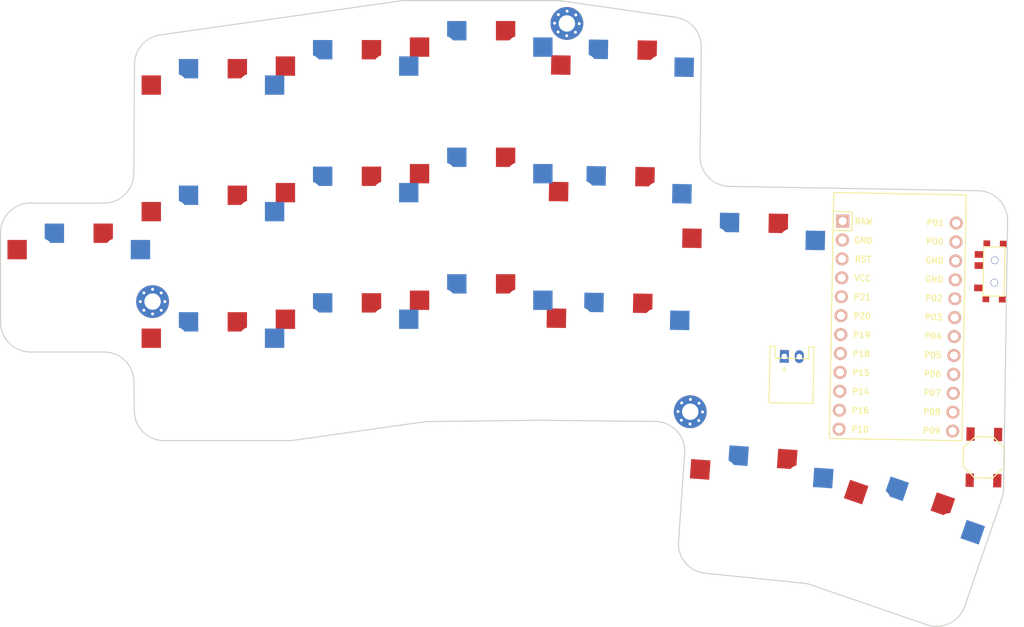
<source format=kicad_pcb>
(kicad_pcb (version 20221018) (generator pcbnew)
  (title_block (title "custom_split") (rev "v1.0.0") (company "Unknown"))
  (layers (0 "F.Cu" signal) (31 "B.Cu" signal) (34 "B.Paste" user) (35 "F.Paste" user) (36 "B.SilkS" user "B.Silkscreen") (37 "F.SilkS" user "F.Silkscreen") (38 "B.Mask" user) (39 "F.Mask" user) (44 "Edge.Cuts" user))
  (net 0 "")
  (net 1 "P5")
  (net 2 "GND")
  (net 3 "P9")
  (net 4 "P4")
  (net 5 "P2")
  (net 6 "P8")
  (net 7 "P3")
  (net 8 "P0")
  (net 9 "P16")
  (net 10 "P10")
  (net 11 "P1")
  (net 12 "P18")
  (net 13 "P15")
  (net 14 "P14")
  (net 15 "P19")
  (net 16 "P20")
  (net 17 "P21")
  (net 18 "RAW")
  (net 19 "RST")
  (net 20 "VCC")
  (net 21 "P6")
  (net 22 "P7")
  (footprint "E73:SPDT_C128955" (layer "F.Cu") (at 282.885173 152.181284 -91)
    (fp_text reference "T1" hide)
    (fp_text value "" hide)
    (pad "" smd rect (at -3.7 -1.1 269) (size 0.9 0.9) (layers "F.Cu" "F.Paste" "F.Mask"))
    (pad "" smd rect (at -3.7 1.1 269) (size 0.9 0.9) (layers "F.Cu" "F.Paste" "F.Mask"))
    (pad "" np_thru_hole circle (at -1.5 0) (size 1 1) (drill 0.9) (layers "*.Cu" "*.Mask"))
    (pad "" np_thru_hole circle (at 1.5 0) (size 1 1) (drill 0.9) (layers "*.Cu" "*.Mask"))
    (pad "" smd rect (at 3.7 -1.1 269) (size 0.9 0.9) (layers "F.Cu" "F.Paste" "F.Mask"))
    (pad "" smd rect (at 3.7 1.1 269) (size 0.9 0.9) (layers "F.Cu" "F.Paste" "F.Mask"))
    (pad "1" smd rect (at 2.25 2.075 269) (size 0.9 1.25) (layers "F.Cu" "F.Paste" "F.Mask") (net 2 "GND"))
    (pad "2" smd rect (at -0.75 2.075 269) (size 0.9 1.25) (layers "F.Cu" "F.Paste" "F.Mask") (net 20 "VCC"))
    (pad "3" smd rect (at -2.25 2.075 269) (size 0.9 1.25) (layers "F.Cu" "F.Paste" "F.Mask"))
  )
  (footprint "E73:SW_TACT_ALPS_SKQGABE010" (layer "F.Cu") (at 281.459188 177.1502 89)
    (fp_text reference "B1" hide)
    (fp_text value "" hide)
    (pad "1" smd rect (at -3.1 -1.85 89) (size 1.8 1.1) (layers "F.Cu" "F.Paste" "F.Mask") (net 2 "GND"))
    (pad "1" smd rect (at 3.1 -1.85 89) (size 1.8 1.1) (layers "F.Cu" "F.Paste" "F.Mask") (net 2 "GND"))
    (pad "2" smd rect (at -3.1 1.85 89) (size 1.8 1.1) (layers "F.Cu" "F.Paste" "F.Mask") (net 19 "RST"))
    (pad "2" smd rect (at 3.1 1.85 89) (size 1.8 1.1) (layers "F.Cu" "F.Paste" "F.Mask") (net 19 "RST"))
  )
  (footprint "PG1350" (layer "F.Cu") (at 178 164.9)
    (fp_text reference "S2" hide)
    (fp_text value "" hide)
    (pad "" np_thru_hole circle (at -5.5 0) (size 1.7018 1.7018) (drill 1.7018) (layers "*.Cu" "*.Mask"))
    (pad "" np_thru_hole circle (at -5 -3.75) (size 3 3) (drill 3) (layers "*.Cu" "*.Mask"))
    (pad "" np_thru_hole circle (at 0 -5.95) (size 3 3) (drill 3) (layers "*.Cu" "*.Mask"))
    (pad "" np_thru_hole circle (at 0 -5.95) (size 3 3) (drill 3) (layers "*.Cu" "*.Mask"))
    (pad "" np_thru_hole circle (at 0 0) (size 3.429 3.429) (drill 3.429) (layers "*.Cu" "*.Mask"))
    (pad "" np_thru_hole circle (at 5 -3.75) (size 3 3) (drill 3) (layers "*.Cu" "*.Mask"))
    (pad "" np_thru_hole circle (at 5.5 0) (size 1.7018 1.7018) (drill 1.7018) (layers "*.Cu" "*.Mask"))
    (pad "1" smd rect (at -3.275 -5.95) (size 2.6 2.6) (layers "B.Cu" "B.Paste" "B.Mask") (net 3 "P9"))
    (pad "1" smd rect (at 3.275 -5.95) (size 2.6 2.6) (layers "F.Cu" "F.Paste" "F.Mask") (net 3 "P9"))
    (pad "2" smd rect (at -8.275 -3.75) (size 2.6 2.6) (layers "F.Cu" "F.Paste" "F.Mask") (net 2 "GND"))
    (pad "2" smd rect (at 8.275 -3.75) (size 2.6 2.6) (layers "B.Cu" "B.Paste" "B.Mask") (net 2 "GND"))
  )
  (footprint "ProMicro" (layer "F.Cu") (at 269.885106 159.52052 -91)
    (fp_text reference "MCU1" hide)
    (fp_text value "" hide)
    (fp_text user "P18" (at 3.81 4.8 -1) (layer "F.SilkS") (effects (font (size 0.8 0.8))))
    (fp_text user "VCC" (at -6.35 4.8 -1) (layer "F.SilkS") (effects (font (size 0.8 0.8))))
    (fp_text user "P21" (at -3.81 4.8 -1) (layer "F.SilkS") (effects (font (size 0.8 0.8))))
    (fp_text user "P00" (at -11.43 -4.8 -1) (layer "F.SilkS") (effects (font (size 0.8 0.8))))
    (fp_text user "RST" (at -8.89 4.8 -1) (layer "F.SilkS") (effects (font (size 0.8 0.8))))
    (fp_text user "RAW" (at -13.97 4.8 -1) (layer "F.SilkS") (effects (font (size 0.8 0.8))))
    (fp_text user "P20" (at -1.27 4.8 -1) (layer "F.SilkS") (effects (font (size 0.8 0.8))))
    (fp_text user "P01" (at -13.97 -4.8 -1) (layer "F.SilkS") (effects (font (size 0.8 0.8))))
    (fp_text user "GND" (at -11.43 4.8 -1) (layer "F.SilkS") (effects (font (size 0.8 0.8))))
    (fp_text user "P05" (at 3.81 -4.8 -1) (layer "F.SilkS") (effects (font (size 0.8 0.8))))
    (fp_text user "GND" (at -8.89 -4.8 -1) (layer "F.SilkS") (effects (font (size 0.8 0.8))))
    (fp_text user "P15" (at 6.35 4.8 -1) (layer "F.SilkS") (effects (font (size 0.8 0.8))))
    (fp_text user "P04" (at 1.27 -4.8 -1) (layer "F.SilkS") (effects (font (size 0.8 0.8))))
    (fp_text user "P06" (at 6.35 -4.8 -1) (layer "F.SilkS") (effects (font (size 0.8 0.8))))
    (fp_text user "P09" (at 13.97 -4.8 -1) (layer "F.SilkS") (effects (font (size 0.8 0.8))))
    (fp_text user "P08" (at 11.43 -4.8 -1) (layer "F.SilkS") (effects (font (size 0.8 0.8))))
    (fp_text user "P03" (at -1.27 -4.8 -1) (layer "F.SilkS") (effects (font (size 0.8 0.8))))
    (fp_text user "P07" (at 8.89 -4.8 -1) (layer "F.SilkS") (effects (font (size 0.8 0.8))))
    (fp_text user "P02" (at -3.81 -4.8 -1) (layer "F.SilkS") (effects (font (size 0.8 0.8))))
    (fp_text user "P10" (at 13.97 4.8 -1) (layer "F.SilkS") (effects (font (size 0.8 0.8))))
    (fp_text user "P19" (at 1.27 4.8 -1) (layer "F.SilkS") (effects (font (size 0.8 0.8))))
    (fp_text user "GND" (at -6.35 -4.8 -1) (layer "F.SilkS") (effects (font (size 0.8 0.8))))
    (fp_text user "P14" (at 8.89 4.8 -1) (layer "F.SilkS") (effects (font (size 0.8 0.8))))
    (fp_text user "P16" (at 11.43 4.8 -1) (layer "F.SilkS") (effects (font (size 0.8 0.8))))
    (pad "1" thru_hole rect (at -13.97 7.62 269) (size 1.7526 1.7526) (drill 1.0922) (layers "*.Cu" "*.SilkS" "*.Mask") (net 18 "RAW"))
    (pad "2" thru_hole circle (at -11.43 7.62) (size 1.7526 1.7526) (drill 1.0922) (layers "*.Cu" "*.SilkS" "*.Mask") (net 2 "GND"))
    (pad "3" thru_hole circle (at -8.89 7.62) (size 1.7526 1.7526) (drill 1.0922) (layers "*.Cu" "*.SilkS" "*.Mask") (net 19 "RST"))
    (pad "4" thru_hole circle (at -6.35 7.62) (size 1.7526 1.7526) (drill 1.0922) (layers "*.Cu" "*.SilkS" "*.Mask") (net 20 "VCC"))
    (pad "5" thru_hole circle (at -3.81 7.62) (size 1.7526 1.7526) (drill 1.0922) (layers "*.Cu" "*.SilkS" "*.Mask") (net 17 "P21"))
    (pad "6" thru_hole circle (at -1.27 7.62) (size 1.7526 1.7526) (drill 1.0922) (layers "*.Cu" "*.SilkS" "*.Mask") (net 16 "P20"))
    (pad "7" thru_hole circle (at 1.27 7.62) (size 1.7526 1.7526) (drill 1.0922) (layers "*.Cu" "*.SilkS" "*.Mask") (net 15 "P19"))
    (pad "8" thru_hole circle (at 3.81 7.62) (size 1.7526 1.7526) (drill 1.0922) (layers "*.Cu" "*.SilkS" "*.Mask") (net 12 "P18"))
    (pad "9" thru_hole circle (at 6.35 7.62) (size 1.7526 1.7526) (drill 1.0922) (layers "*.Cu" "*.SilkS" "*.Mask") (net 13 "P15"))
    (pad "10" thru_hole circle (at 8.89 7.62) (size 1.7526 1.7526) (drill 1.0922) (layers "*.Cu" "*.SilkS" "*.Mask") (net 14 "P14"))
    (pad "11" thru_hole circle (at 11.43 7.62) (size 1.7526 1.7526) (drill 1.0922) (layers "*.Cu" "*.SilkS" "*.Mask") (net 9 "P16"))
    (pad "12" thru_hole circle (at 13.97 7.62) (size 1.7526 1.7526) (drill 1.0922) (layers "*.Cu" "*.SilkS" "*.Mask") (net 10 "P10"))
    (pad "13" thru_hole circle (at -13.97 -7.62) (size 1.7526 1.7526) (drill 1.0922) (layers "*.Cu" "*.SilkS" "*.Mask") (net 11 "P1"))
    (pad "14" thru_hole circle (at -11.43 -7.62) (size 1.7526 1.7526) (drill 1.0922) (layers "*.Cu" "*.SilkS" "*.Mask") (net 8 "P0"))
    (pad "15" thru_hole circle (at -8.89 -7.62) (size 1.7526 1.7526) (drill 1.0922) (layers "*.Cu" "*.SilkS" "*.Mask") (net 2 "GND"))
    (pad "16" thru_hole circle (at -6.35 -7.62) (size 1.7526 1.7526) (drill 1.0922) (layers "*.Cu" "*.SilkS" "*.Mask") (net 2 "GND"))
    (pad "17" thru_hole circle (at -3.81 -7.62) (size 1.7526 1.7526) (drill 1.0922) (layers "*.Cu" "*.SilkS" "*.Mask") (net 5 "P2"))
    (pad "18" thru_hole circle (at -1.27 -7.62) (size 1.7526 1.7526) (drill 1.0922) (layers "*.Cu" "*.SilkS" "*.Mask") (net 7 "P3"))
    (pad "19" thru_hole circle (at 1.27 -7.62) (size 1.7526 1.7526) (drill 1.0922) (layers "*.Cu" "*.SilkS" "*.Mask") (net 4 "P4"))
    (pad "20" thru_hole circle (at 3.81 -7.62) (size 1.7526 1.7526) (drill 1.0922) (layers "*.Cu" "*.SilkS" "*.Mask") (net 1 "P5"))
    (pad "21" thru_hole circle (at 6.35 -7.62) (size 1.7526 1.7526) (drill 1.0922) (layers "*.Cu" "*.SilkS" "*.Mask") (net 21 "P6"))
    (pad "22" thru_hole circle (at 8.89 -7.62) (size 1.7526 1.7526) (drill 1.0922) (layers "*.Cu" "*.SilkS" "*.Mask") (net 22 "P7"))
    (pad "23" thru_hole circle (at 11.43 -7.62) (size 1.7526 1.7526) (drill 1.0922) (layers "*.Cu" "*.SilkS" "*.Mask") (net 6 "P8"))
    (pad "24" thru_hole circle (at 13.97 -7.62) (size 1.7526 1.7526) (drill 1.0922) (layers "*.Cu" "*.SilkS" "*.Mask") (net 3 "P9"))
  )
  (footprint "PG1350" (layer "F.Cu") (at 250.490108 151.615826 -1)
    (fp_text reference "S30" hide)
    (fp_text value "" hide)
    (pad "" np_thru_hole circle (at -5.5 0) (size 1.7018 1.7018) (drill 1.7018) (layers "*.Cu" "*.Mask"))
    (pad "" np_thru_hole circle (at 0 0) (size 3.429 3.429) (drill 3.429) (layers "*.Cu" "*.Mask"))
    (pad "" np_thru_hole circle (at 5.5 0) (size 1.7018 1.7018) (drill 1.7018) (layers "*.Cu" "*.Mask"))
    (pad "1" thru_hole circle (at -5 -3.8) (size 2.032 2.032) (drill 1.27) (layers "*.Cu" "*.Mask") (net 15 "P19"))
    (pad "1" thru_hole circle (at 5 -3.8) (size 2.032 2.032) (drill 1.27) (layers "*.Cu" "*.Mask") (net 15 "P19"))
    (pad "2" thru_hole circle (at 0 -5.9) (size 2.032 2.032) (drill 1.27) (layers "*.Cu" "*.Mask") (net 2 "GND"))
    (pad "2" thru_hole circle (at 0 -5.9) (size 2.032 2.032) (drill 1.27) (layers "*.Cu" "*.Mask") (net 2 "GND"))
  )
  (footprint "PG1350" (layer "F.Cu") (at 270.913359 188.057374 -19)
    (fp_text reference "S16" hide)
    (fp_text value "" hide)
    (pad "" np_thru_hole circle (at -5.5 0) (size 1.7018 1.7018) (drill 1.7018) (layers "*.Cu" "*.Mask"))
    (pad "" np_thru_hole circle (at -5 -3.75) (size 3 3) (drill 3) (layers "*.Cu" "*.Mask"))
    (pad "" np_thru_hole circle (at 0 -5.95) (size 3 3) (drill 3) (layers "*.Cu" "*.Mask"))
    (pad "" np_thru_hole circle (at 0 -5.95) (size 3 3) (drill 3) (layers "*.Cu" "*.Mask"))
    (pad "" np_thru_hole circle (at 0 0) (size 3.429 3.429) (drill 3.429) (layers "*.Cu" "*.Mask"))
    (pad "" np_thru_hole circle (at 5 -3.75) (size 3 3) (drill 3) (layers "*.Cu" "*.Mask"))
    (pad "" np_thru_hole circle (at 5.5 0) (size 1.7018 1.7018) (drill 1.7018) (layers "*.Cu" "*.Mask"))
    (pad "1" smd rect (at -3.275 -5.95 341) (size 2.6 2.6) (layers "B.Cu" "B.Paste" "B.Mask") (net 17 "P21"))
    (pad "1" smd rect (at 3.275 -5.95 341) (size 2.6 2.6) (layers "F.Cu" "F.Paste" "F.Mask") (net 17 "P21"))
    (pad "2" smd rect (at -8.275 -3.75 341) (size 2.6 2.6) (layers "F.Cu" "F.Paste" "F.Mask") (net 2 "GND"))
    (pad "2" smd rect (at 8.275 -3.75 341) (size 2.6 2.6) (layers "B.Cu" "B.Paste" "B.Mask") (net 2 "GND"))
  )
  (footprint "JST_PH_S2B-PH-K_02x2.00mm_Angled" (layer "F.Cu") (at 255.681602 163.608257 -1)
    (fp_text reference "JST1" hide)
    (fp_text value "" hide)
    (pad "1" thru_hole rect (at -1 0 359) (size 1.2 1.7) (drill 0.75) (layers "*.Cu" "*.Mask") (net 18 "RAW"))
    (pad "2" thru_hole oval (at 1 0 359) (size 1.2 1.7) (drill 0.75) (layers "*.Cu" "*.Mask") (net 2 "GND"))
  )
  (footprint "PG1350" (layer "F.Cu") (at 214 125.8)
    (fp_text reference "S10" hide)
    (fp_text value "" hide)
    (pad "" np_thru_hole circle (at -5.5 0) (size 1.7018 1.7018) (drill 1.7018) (layers "*.Cu" "*.Mask"))
    (pad "" np_thru_hole circle (at -5 -3.75) (size 3 3) (drill 3) (layers "*.Cu" "*.Mask"))
    (pad "" np_thru_hole circle (at 0 -5.95) (size 3 3) (drill 3) (layers "*.Cu" "*.Mask"))
    (pad "" np_thru_hole circle (at 0 -5.95) (size 3 3) (drill 3) (layers "*.Cu" "*.Mask"))
    (pad "" np_thru_hole circle (at 0 0) (size 3.429 3.429) (drill 3.429) (layers "*.Cu" "*.Mask"))
    (pad "" np_thru_hole circle (at 5 -3.75) (size 3 3) (drill 3) (layers "*.Cu" "*.Mask"))
    (pad "" np_thru_hole circle (at 5.5 0) (size 1.7018 1.7018) (drill 1.7018) (layers "*.Cu" "*.Mask"))
    (pad "1" smd rect (at -3.275 -5.95) (size 2.6 2.6) (layers "B.Cu" "B.Paste" "B.Mask") (net 11 "P1"))
    (pad "1" smd rect (at 3.275 -5.95) (size 2.6 2.6) (layers "F.Cu" "F.Paste" "F.Mask") (net 11 "P1"))
    (pad "2" smd rect (at -8.275 -3.75) (size 2.6 2.6) (layers "F.Cu" "F.Paste" "F.Mask") (net 2 "GND"))
    (pad "2" smd rect (at 8.275 -3.75) (size 2.6 2.6) (layers "B.Cu" "B.Paste" "B.Mask") (net 2 "GND"))
  )
  (footprint "PG1350" (layer "F.Cu") (at 196 145.35)
    (fp_text reference "S22" hide)
    (fp_text value "" hide)
    (pad "" np_thru_hole circle (at -5.5 0) (size 1.7018 1.7018) (drill 1.7018) (layers "*.Cu" "*.Mask"))
    (pad "" np_thru_hole circle (at 0 0) (size 3.429 3.429) (drill 3.429) (layers "*.Cu" "*.Mask"))
    (pad "" np_thru_hole circle (at 5.5 0) (size 1.7018 1.7018) (drill 1.7018) (layers "*.Cu" "*.Mask"))
    (pad "1" thru_hole circle (at -5 -3.8) (size 2.032 2.032) (drill 1.27) (layers "*.Cu" "*.Mask") (net 7 "P3"))
    (pad "1" thru_hole circle (at 5 -3.8) (size 2.032 2.032) (drill 1.27) (layers "*.Cu" "*.Mask") (net 7 "P3"))
    (pad "2" thru_hole circle (at 0 -5.9) (size 2.032 2.032) (drill 1.27) (layers "*.Cu" "*.Mask") (net 2 "GND"))
    (pad "2" thru_hole circle (at 0 -5.9) (size 2.032 2.032) (drill 1.27) (layers "*.Cu" "*.Mask") (net 2 "GND"))
  )
  (footprint "MountingHole_2.2mm_M2_Pad_Via" (layer "F.Cu") (at 169.9 156.23)
    (fp_text reference "_1" hide)
    (fp_text value "" (at 0 0) (layer "F.SilkS") (effects (font (size 1.27 1.27))))
    (pad "1" thru_hole circle (at -1.65 0) (size 0.7 0.7) (drill 0.4) (layers "*.Cu" "*.Mask"))
    (pad "1" thru_hole circle (at -1.166726 -1.166726) (size 0.7 0.7) (drill 0.4) (layers "*.Cu" "*.Mask"))
    (pad "1" thru_hole circle (at -1.166726 1.166726) (size 0.7 0.7) (drill 0.4) (layers "*.Cu" "*.Mask"))
    (pad "1" thru_hole circle (at 0 -1.65) (size 0.7 0.7) (drill 0.4) (layers "*.Cu" "*.Mask"))
    (pad "1" thru_hole circle (at 0 0) (size 4.4 4.4) (drill 2.2) (layers "*.Cu" "*.Mask"))
    (pad "1" thru_hole circle (at 0 1.65) (size 0.7 0.7) (drill 0.4) (layers "*.Cu" "*.Mask"))
    (pad "1" thru_hole circle (at 1.166726 -1.166726) (size 0.7 0.7) (drill 0.4) (layers "*.Cu" "*.Mask"))
    (pad "1" thru_hole circle (at 1.166726 1.166726) (size 0.7 0.7) (drill 0.4) (layers "*.Cu" "*.Mask"))
    (pad "1" thru_hole circle (at 1.65 0) (size 0.7 0.7) (drill 0.4) (layers "*.Cu" "*.Mask"))
  )
  (footprint "PG1350" (layer "F.Cu") (at 232.893382 128.355178 -1)
    (fp_text reference "S13" hide)
    (fp_text value "" hide)
    (pad "" np_thru_hole circle (at -5.5 0) (size 1.7018 1.7018) (drill 1.7018) (layers "*.Cu" "*.Mask"))
    (pad "" np_thru_hole circle (at -5 -3.75) (size 3 3) (drill 3) (layers "*.Cu" "*.Mask"))
    (pad "" np_thru_hole circle (at 0 -5.95) (size 3 3) (drill 3) (layers "*.Cu" "*.Mask"))
    (pad "" np_thru_hole circle (at 0 -5.95) (size 3 3) (drill 3) (layers "*.Cu" "*.Mask"))
    (pad "" np_thru_hole circle (at 0 0) (size 3.429 3.429) (drill 3.429) (layers "*.Cu" "*.Mask"))
    (pad "" np_thru_hole circle (at 5 -3.75) (size 3 3) (drill 3) (layers "*.Cu" "*.Mask"))
    (pad "" np_thru_hole circle (at 5.5 0) (size 1.7018 1.7018) (drill 1.7018) (layers "*.Cu" "*.Mask"))
    (pad "1" smd rect (at -3.275 -5.95 359) (size 2.6 2.6) (layers "B.Cu" "B.Paste" "B.Mask") (net 14 "P14"))
    (pad "1" smd rect (at 3.275 -5.95 359) (size 2.6 2.6) (layers "F.Cu" "F.Paste" "F.Mask") (net 14 "P14"))
    (pad "2" smd rect (at -8.275 -3.75 359) (size 2.6 2.6) (layers "F.Cu" "F.Paste" "F.Mask") (net 2 "GND"))
    (pad "2" smd rect (at 8.275 -3.75 359) (size 2.6 2.6) (layers "B.Cu" "B.Paste" "B.Mask") (net 2 "GND"))
  )
  (footprint "PG1350" (layer "F.Cu") (at 232.3 162.35 -1)
    (fp_text reference "S11" hide)
    (fp_text value "" hide)
    (pad "" np_thru_hole circle (at -5.5 0) (size 1.7018 1.7018) (drill 1.7018) (layers "*.Cu" "*.Mask"))
    (pad "" np_thru_hole circle (at -5 -3.75) (size 3 3) (drill 3) (layers "*.Cu" "*.Mask"))
    (pad "" np_thru_hole circle (at 0 -5.95) (size 3 3) (drill 3) (layers "*.Cu" "*.Mask"))
    (pad "" np_thru_hole circle (at 0 -5.95) (size 3 3) (drill 3) (layers "*.Cu" "*.Mask"))
    (pad "" np_thru_hole circle (at 0 0) (size 3.429 3.429) (drill 3.429) (layers "*.Cu" "*.Mask"))
    (pad "" np_thru_hole circle (at 5 -3.75) (size 3 3) (drill 3) (layers "*.Cu" "*.Mask"))
    (pad "" np_thru_hole circle (at 5.5 0) (size 1.7018 1.7018) (drill 1.7018) (layers "*.Cu" "*.Mask"))
    (pad "1" smd rect (at -3.275 -5.95 359) (size 2.6 2.6) (layers "B.Cu" "B.Paste" "B.Mask") (net 12 "P18"))
    (pad "1" smd rect (at 3.275 -5.95 359) (size 2.6 2.6) (layers "F.Cu" "F.Paste" "F.Mask") (net 12 "P18"))
    (pad "2" smd rect (at -8.275 -3.75 359) (size 2.6 2.6) (layers "F.Cu" "F.Paste" "F.Mask") (net 2 "GND"))
    (pad "2" smd rect (at 8.275 -3.75 359) (size 2.6 2.6) (layers "B.Cu" "B.Paste" "B.Mask") (net 2 "GND"))
  )
  (footprint "PG1350" (layer "F.Cu") (at 160 153)
    (fp_text reference "S1" hide)
    (fp_text value "" hide)
    (pad "" np_thru_hole circle (at -5.5 0) (size 1.7018 1.7018) (drill 1.7018) (layers "*.Cu" "*.Mask"))
    (pad "" np_thru_hole circle (at -5 -3.75) (size 3 3) (drill 3) (layers "*.Cu" "*.Mask"))
    (pad "" np_thru_hole circle (at 0 -5.95) (size 3 3) (drill 3) (layers "*.Cu" "*.Mask"))
    (pad "" np_thru_hole circle (at 0 -5.95) (size 3 3) (drill 3) (layers "*.Cu" "*.Mask"))
    (pad "" np_thru_hole circle (at 0 0) (size 3.429 3.429) (drill 3.429) (layers "*.Cu" "*.Mask"))
    (pad "" np_thru_hole circle (at 5 -3.75) (size 3 3) (drill 3) (layers "*.Cu" "*.Mask"))
    (pad "" np_thru_hole circle (at 5.5 0) (size 1.7018 1.7018) (drill 1.7018) (layers "*.Cu" "*.Mask"))
    (pad "1" smd rect (at -3.275 -5.95) (size 2.6 2.6) (layers "B.Cu" "B.Paste" "B.Mask") (net 1 "P5"))
    (pad "1" smd rect (at 3.275 -5.95) (size 2.6 2.6) (layers "F.Cu" "F.Paste" "F.Mask") (net 1 "P5"))
    (pad "2" smd rect (at -8.275 -3.75) (size 2.6 2.6) (layers "F.Cu" "F.Paste" "F.Mask") (net 2 "GND"))
    (pad "2" smd rect (at 8.275 -3.75) (size 2.6 2.6) (layers "B.Cu" "B.Paste" "B.Mask") (net 2 "GND"))
  )
  (footprint "PG1350" (layer "F.Cu") (at 196 162.35)
    (fp_text reference "S5" hide)
    (fp_text value "" hide)
    (pad "" np_thru_hole circle (at -5.5 0) (size 1.7018 1.7018) (drill 1.7018) (layers "*.Cu" "*.Mask"))
    (pad "" np_thru_hole circle (at -5 -3.75) (size 3 3) (drill 3) (layers "*.Cu" "*.Mask"))
    (pad "" np_thru_hole circle (at 0 -5.95) (size 3 3) (drill 3) (layers "*.Cu" "*.Mask"))
    (pad "" np_thru_hole circle (at 0 -5.95) (size 3 3) (drill 3) (layers "*.Cu" "*.Mask"))
    (pad "" np_thru_hole circle (at 0 0) (size 3.429 3.429) (drill 3.429) (layers "*.Cu" "*.Mask"))
    (pad "" np_thru_hole circle (at 5 -3.75) (size 3 3) (drill 3) (layers "*.Cu" "*.Mask"))
    (pad "" np_thru_hole circle (at 5.5 0) (size 1.7018 1.7018) (drill 1.7018) (layers "*.Cu" "*.Mask"))
    (pad "1" smd rect (at -3.275 -5.95) (size 2.6 2.6) (layers "B.Cu" "B.Paste" "B.Mask") (net 6 "P8"))
    (pad "1" smd rect (at 3.275 -5.95) (size 2.6 2.6) (layers "F.Cu" "F.Paste" "F.Mask") (net 6 "P8"))
    (pad "2" smd rect (at -8.275 -3.75) (size 2.6 2.6) (layers "F.Cu" "F.Paste" "F.Mask") (net 2 "GND"))
    (pad "2" smd rect (at 8.275 -3.75) (size 2.6 2.6) (layers "B.Cu" "B.Paste" "B.Mask") (net 2 "GND"))
  )
  (footprint "PG1350" (layer "F.Cu") (at 160 153)
    (fp_text reference "S17" hide)
    (fp_text value "" hide)
    (pad "" np_thru_hole circle (at -5.5 0) (size 1.7018 1.7018) (drill 1.7018) (layers "*.Cu" "*.Mask"))
    (pad "" np_thru_hole circle (at 0 0) (size 3.429 3.429) (drill 3.429) (layers "*.Cu" "*.Mask"))
    (pad "" np_thru_hole circle (at 5.5 0) (size 1.7018 1.7018) (drill 1.7018) (layers "*.Cu" "*.Mask"))
    (pad "1" thru_hole circle (at -5 -3.8) (size 2.032 2.032) (drill 1.27) (layers "*.Cu" "*.Mask") (net 1 "P5"))
    (pad "1" thru_hole circle (at 5 -3.8) (size 2.032 2.032) (drill 1.27) (layers "*.Cu" "*.Mask") (net 1 "P5"))
    (pad "2" thru_hole circle (at 0 -5.9) (size 2.032 2.032) (drill 1.27) (layers "*.Cu" "*.Mask") (net 2 "GND"))
    (pad "2" thru_hole circle (at 0 -5.9) (size 2.032 2.032) (drill 1.27) (layers "*.Cu" "*.Mask") (net 2 "GND"))
  )
  (footprint "PG1350" (layer "F.Cu") (at 232.893382 128.355178 -1)
    (fp_text reference "S29" hide)
    (fp_text value "" hide)
    (pad "" np_thru_hole circle (at -5.5 0) (size 1.7018 1.7018) (drill 1.7018) (layers "*.Cu" "*.Mask"))
    (pad "" np_thru_hole circle (at 0 0) (size 3.429 3.429) (drill 3.429) (layers "*.Cu" "*.Mask"))
    (pad "" np_thru_hole circle (at 5.5 0) (size 1.7018 1.7018) (drill 1.7018) (layers "*.Cu" "*.Mask"))
    (pad "1" thru_hole circle (at -5 -3.8) (size 2.032 2.032) (drill 1.27) (layers "*.Cu" "*.Mask") (net 14 "P14"))
    (pad "1" thru_hole circle (at 5 -3.8) (size 2.032 2.032) (drill 1.27) (layers "*.Cu" "*.Mask") (net 14 "P14"))
    (pad "2" thru_hole circle (at 0 -5.9) (size 2.032 2.032) (drill 1.27) (layers "*.Cu" "*.Mask") (net 2 "GND"))
    (pad "2" thru_hole circle (at 0 -5.9) (size 2.032 2.032) (drill 1.27) (layers "*.Cu" "*.Mask") (net 2 "GND"))
  )
  (footprint "PG1350" (layer "F.Cu") (at 251.38101 183.086168 -4)
    (fp_text reference "S15" hide)
    (fp_text value "" hide)
    (pad "" np_thru_hole circle (at -5.5 0) (size 1.7018 1.7018) (drill 1.7018) (layers "*.Cu" "*.Mask"))
    (pad "" np_thru_hole circle (at -5 -3.75) (size 3 3) (drill 3) (layers "*.Cu" "*.Mask"))
    (pad "" np_thru_hole circle (at 0 -5.95) (size 3 3) (drill 3) (layers "*.Cu" "*.Mask"))
    (pad "" np_thru_hole circle (at 0 -5.95) (size 3 3) (drill 3) (layers "*.Cu" "*.Mask"))
    (pad "" np_thru_hole circle (at 0 0) (size 3.429 3.429) (drill 3.429) (layers "*.Cu" "*.Mask"))
    (pad "" np_thru_hole circle (at 5 -3.75) (size 3 3) (drill 3) (layers "*.Cu" "*.Mask"))
    (pad "" np_thru_hole circle (at 5.5 0) (size 1.7018 1.7018) (drill 1.7018) (layers "*.Cu" "*.Mask"))
    (pad "1" smd rect (at -3.275 -5.95 356) (size 2.6 2.6) (layers "B.Cu" "B.Paste" "B.Mask") (net 16 "P20"))
    (pad "1" smd rect (at 3.275 -5.95 356) (size 2.6 2.6) (layers "F.Cu" "F.Paste" "F.Mask") (net 16 "P20"))
    (pad "2" smd rect (at -8.275 -3.75 356) (size 2.6 2.6) (layers "F.Cu" "F.Paste" "F.Mask") (net 2 "GND"))
    (pad "2" smd rect (at 8.275 -3.75 356) (size 2.6 2.6) (layers "B.Cu" "B.Paste" "B.Mask") (net 2 "GND"))
  )
  (footprint "PG1350" (layer "F.Cu") (at 196 128.35)
    (fp_text reference "S23" hide)
    (fp_text value "" hide)
    (pad "" np_thru_hole circle (at -5.5 0) (size 1.7018 1.7018) (drill 1.7018) (layers "*.Cu" "*.Mask"))
    (pad "" np_thru_hole circle (at 0 0) (size 3.429 3.429) (drill 3.429) (layers "*.Cu" "*.Mask"))
    (pad "" np_thru_hole circle (at 5.5 0) (size 1.7018 1.7018) (drill 1.7018) (layers "*.Cu" "*.Mask"))
    (pad "1" thru_hole circle (at -5 -3.8) (size 2.032 2.032) (drill 1.27) (layers "*.Cu" "*.Mask") (net 8 "P0"))
    (pad "1" thru_hole circle (at 5 -3.8) (size 2.032 2.032) (drill 1.27) (layers "*.Cu" "*.Mask") (net 8 "P0"))
    (pad "2" thru_hole circle (at 0 -5.9) (size 2.032 2.032) (drill 1.27) (layers "*.Cu" "*.Mask") (net 2 "GND"))
    (pad "2" thru_hole circle (at 0 -5.9) (size 2.032 2.032) (drill 1.27) (layers "*.Cu" "*.Mask") (net 2 "GND"))
  )
  (footprint "PG1350" (layer "F.Cu") (at 270.913359 188.057374 -19)
    (fp_text reference "S32" hide)
    (fp_text value "" hide)
    (pad "" np_thru_hole circle (at -5.5 0) (size 1.7018 1.7018) (drill 1.7018) (layers "*.Cu" "*.Mask"))
    (pad "" np_thru_hole circle (at 0 0) (size 3.429 3.429) (drill 3.429) (layers "*.Cu" "*.Mask"))
    (pad "" np_thru_hole circle (at 5.5 0) (size 1.7018 1.7018) (drill 1.7018) (layers "*.Cu" "*.Mask"))
    (pad "1" thru_hole circle (at -5 -3.8) (size 2.032 2.032) (drill 1.27) (layers "*.Cu" "*.Mask") (net 17 "P21"))
    (pad "1" thru_hole circle (at 5 -3.8) (size 2.032 2.032) (drill 1.27) (layers "*.Cu" "*.Mask") (net 17 "P21"))
    (pad "2" thru_hole circle (at 0 -5.9) (size 2.032 2.032) (drill 1.27) (layers "*.Cu" "*.Mask") (net 2 "GND"))
    (pad "2" thru_hole circle (at 0 -5.9) (size 2.032 2.032) (drill 1.27) (layers "*.Cu" "*.Mask") (net 2 "GND"))
  )
  (footprint "PG1350" (layer "F.Cu") (at 214 159.8)
    (fp_text reference "S8" hide)
    (fp_text value "" hide)
    (pad "" np_thru_hole circle (at -5.5 0) (size 1.7018 1.7018) (drill 1.7018) (layers "*.Cu" "*.Mask"))
    (pad "" np_thru_hole circle (at -5 -3.75) (size 3 3) (drill 3) (layers "*.Cu" "*.Mask"))
    (pad "" np_thru_hole circle (at 0 -5.95) (size 3 3) (drill 3) (layers "*.Cu" "*.Mask"))
    (pad "" np_thru_hole circle (at 0 -5.95) (size 3 3) (drill 3) (layers "*.Cu" "*.Mask"))
    (pad "" np_thru_hole circle (at 0 0) (size 3.429 3.429) (drill 3.429) (layers "*.Cu" "*.Mask"))
    (pad "" np_thru_hole circle (at 5 -3.75) (size 3 3) (drill 3) (layers "*.Cu" "*.Mask"))
    (pad "" np_thru_hole circle (at 5.5 0) (size 1.7018 1.7018) (drill 1.7018) (layers "*.Cu" "*.Mask"))
    (pad "1" smd rect (at -3.275 -5.95) (size 2.6 2.6) (layers "B.Cu" "B.Paste" "B.Mask") (net 9 "P16"))
    (pad "1" smd rect (at 3.275 -5.95) (size 2.6 2.6) (layers "F.Cu" "F.Paste" "F.Mask") (net 9 "P16"))
    (pad "2" smd rect (at -8.275 -3.75) (size 2.6 2.6) (layers "F.Cu" "F.Paste" "F.Mask") (net 2 "GND"))
    (pad "2" smd rect (at 8.275 -3.75) (size 2.6 2.6) (layers "B.Cu" "B.Paste" "B.Mask") (net 2 "GND"))
  )
  (footprint "PG1350" (layer "F.Cu") (at 214 159.8)
    (fp_text reference "S24" hide)
    (fp_text value "" hide)
    (pad "" np_thru_hole circle (at -5.5 0) (size 1.7018 1.7018) (drill 1.7018) (layers "*.Cu" "*.Mask"))
    (pad "" np_thru_hole circle (at 0 0) (size 3.429 3.429) (drill 3.429) (layers "*.Cu" "*.Mask"))
    (pad "" np_thru_hole circle (at 5.5 0) (size 1.7018 1.7018) (drill 1.7018) (layers "*.Cu" "*.Mask"))
    (pad "1" thru_hole circle (at -5 -3.8) (size 2.032 2.032) (drill 1.27) (layers "*.Cu" "*.Mask") (net 9 "P16"))
    (pad "1" thru_hole circle (at 5 -3.8) (size 2.032 2.032) (drill 1.27) (layers "*.Cu" "*.Mask") (net 9 "P16"))
    (pad "2" thru_hole circle (at 0 -5.9) (size 2.032 2.032) (drill 1.27) (layers "*.Cu" "*.Mask") (net 2 "GND"))
    (pad "2" thru_hole circle (at 0 -5.9) (size 2.032 2.032) (drill 1.27) (layers "*.Cu" "*.Mask") (net 2 "GND"))
  )
  (footprint "MountingHole_2.2mm_M2_Pad_Via" (layer "F.Cu") (at 225.497713 118.874662 -1)
    (fp_text reference "_2" hide)
    (fp_text value "" (at 0 0 -1) (layer "F.SilkS") (effects (font (size 1.27 1.27))))
    (pad "1" thru_hole circle (at -1.65 0) (size 0.7 0.7) (drill 0.4) (layers "*.Cu" "*.Mask"))
    (pad "1" thru_hole circle (at -1.166726 -1.166726) (size 0.7 0.7) (drill 0.4) (layers "*.Cu" "*.Mask"))
    (pad "1" thru_hole circle (at -1.166726 1.166726) (size 0.7 0.7) (drill 0.4) (layers "*.Cu" "*.Mask"))
    (pad "1" thru_hole circle (at 0 -1.65) (size 0.7 0.7) (drill 0.4) (layers "*.Cu" "*.Mask"))
    (pad "1" thru_hole circle (at 0 0) (size 4.4 4.4) (drill 2.2) (layers "*.Cu" "*.Mask"))
    (pad "1" thru_hole circle (at 0 1.65) (size 0.7 0.7) (drill 0.4) (layers "*.Cu" "*.Mask"))
    (pad "1" thru_hole circle (at 1.166726 -1.166726) (size 0.7 0.7) (drill 0.4) (layers "*.Cu" "*.Mask"))
    (pad "1" thru_hole circle (at 1.166726 1.166726) (size 0.7 0.7) (drill 0.4) (layers "*.Cu" "*.Mask"))
    (pad "1" thru_hole circle (at 1.65 0) (size 0.7 0.7) (drill 0.4) (layers "*.Cu" "*.Mask"))
  )
  (footprint "MountingHole_2.2mm_M2_Pad_Via" (layer "F.Cu") (at 242.050147 171.021484 -1)
    (fp_text reference "_3" hide)
    (fp_text value "" (at 0 0 -1) (layer "F.SilkS") (effects (font (size 1.27 1.27))))
    (pad "1" thru_hole circle (at -1.65 0) (size 0.7 0.7) (drill 0.4) (layers "*.Cu" "*.Mask"))
    (pad "1" thru_hole circle (at -1.166726 -1.166726) (size 0.7 0.7) (drill 0.4) (layers "*.Cu" "*.Mask"))
    (pad "1" thru_hole circle (at -1.166726 1.166726) (size 0.7 0.7) (drill 0.4) (layers "*.Cu" "*.Mask"))
    (pad "1" thru_hole circle (at 0 -1.65) (size 0.7 0.7) (drill 0.4) (layers "*.Cu" "*.Mask"))
    (pad "1" thru_hole circle (at 0 0) (size 4.4 4.4) (drill 2.2) (layers "*.Cu" "*.Mask"))
    (pad "1" thru_hole circle (at 0 1.65) (size 0.7 0.7) (drill 0.4) (layers "*.Cu" "*.Mask"))
    (pad "1" thru_hole circle (at 1.166726 -1.166726) (size 0.7 0.7) (drill 0.4) (layers "*.Cu" "*.Mask"))
    (pad "1" thru_hole circle (at 1.166726 1.166726) (size 0.7 0.7) (drill 0.4) (layers "*.Cu" "*.Mask"))
    (pad "1" thru_hole circle (at 1.65 0) (size 0.7 0.7) (drill 0.4) (layers "*.Cu" "*.Mask"))
  )
  (footprint "PG1350" (layer "F.Cu") (at 178 130.9)
    (fp_text reference "S4" hide)
    (fp_text value "" hide)
    (pad "" np_thru_hole circle (at -5.5 0) (size 1.7018 1.7018) (drill 1.7018) (layers "*.Cu" "*.Mask"))
    (pad "" np_thru_hole circle (at -5 -3.75) (size 3 3) (drill 3) (layers "*.Cu" "*.Mask"))
    (pad "" np_thru_hole circle (at 0 -5.95) (size 3 3) (drill 3) (layers "*.Cu" "*.Mask"))
    (pad "" np_thru_hole circle (at 0 -5.95) (size 3 3) (drill 3) (layers "*.Cu" "*.Mask"))
    (pad "" np_thru_hole circle (at 0 0) (size 3.429 3.429) (drill 3.429) (layers "*.Cu" "*.Mask"))
    (pad "" np_thru_hole circle (at 5 -3.75) (size 3 3) (drill 3) (layers "*.Cu" "*.Mask"))
    (pad "" np_thru_hole circle (at 5.5 0) (size 1.7018 1.7018) (drill 1.7018) (layers "*.Cu" "*.Mask"))
    (pad "1" smd rect (at -3.275 -5.95) (size 2.6 2.6) (layers "B.Cu" "B.Paste" "B.Mask") (net 5 "P2"))
    (pad "1" smd rect (at 3.275 -5.95) (size 2.6 2.6) (layers "F.Cu" "F.Paste" "F.Mask") (net 5 "P2"))
    (pad "2" smd rect (at -8.275 -3.75) (size 2.6 2.6) (layers "F.Cu" "F.Paste" "F.Mask") (net 2 "GND"))
    (pad "2" smd rect (at 8.275 -3.75) (size 2.6 2.6) (layers "B.Cu" "B.Paste" "B.Mask") (net 2 "GND"))
  )
  (footprint "PG1350" (layer "F.Cu") (at 251.38101 183.086168 -4)
    (fp_text reference "S31" hide)
    (fp_text value "" hide)
    (pad "" np_thru_hole circle (at -5.5 0) (size 1.7018 1.7018) (drill 1.7018) (layers "*.Cu" "*.Mask"))
    (pad "" np_thru_hole circle (at 0 0) (size 3.429 3.429) (drill 3.429) (layers "*.Cu" "*.Mask"))
    (pad "" np_thru_hole circle (at 5.5 0) (size 1.7018 1.7018) (drill 1.7018) (layers "*.Cu" "*.Mask"))
    (pad "1" thru_hole circle (at -5 -3.8) (size 2.032 2.032) (drill 1.27) (layers "*.Cu" "*.Mask") (net 16 "P20"))
    (pad "1" thru_hole circle (at 5 -3.8) (size 2.032 2.032) (drill 1.27) (layers "*.Cu" "*.Mask") (net 16 "P20"))
    (pad "2" thru_hole circle (at 0 -5.9) (size 2.032 2.032) (drill 1.27) (layers "*.Cu" "*.Mask") (net 2 "GND"))
    (pad "2" thru_hole circle (at 0 -5.9) (size 2.032 2.032) (drill 1.27) (layers "*.Cu" "*.Mask") (net 2 "GND"))
  )
  (footprint "PG1350" (layer "F.Cu") (at 196 128.35)
    (fp_text reference "S7" hide)
    (fp_text value "" hide)
    (pad "" np_thru_hole circle (at -5.5 0) (size 1.7018 1.7018) (drill 1.7018) (layers "*.Cu" "*.Mask"))
    (pad "" np_thru_hole circle (at -5 -3.75) (size 3 3) (drill 3) (layers "*.Cu" "*.Mask"))
    (pad "" np_thru_hole circle (at 0 -5.95) (size 3 3) (drill 3) (layers "*.Cu" "*.Mask"))
    (pad "" np_thru_hole circle (at 0 -5.95) (size 3 3) (drill 3) (layers "*.Cu" "*.Mask"))
    (pad "" np_thru_hole circle (at 0 0) (size 3.429 3.429) (drill 3.429) (layers "*.Cu" "*.Mask"))
    (pad "" np_thru_hole circle (at 5 -3.75) (size 3 3) (drill 3) (layers "*.Cu" "*.Mask"))
    (pad "" np_thru_hole circle (at 5.5 0) (size 1.7018 1.7018) (drill 1.7018) (layers "*.Cu" "*.Mask"))
    (pad "1" smd rect (at -3.275 -5.95) (size 2.6 2.6) (layers "B.Cu" "B.Paste" "B.Mask") (net 8 "P0"))
    (pad "1" smd rect (at 3.275 -5.95) (size 2.6 2.6) (layers "F.Cu" "F.Paste" "F.Mask") (net 8 "P0"))
    (pad "2" smd rect (at -8.275 -3.75) (size 2.6 2.6) (layers "F.Cu" "F.Paste" "F.Mask") (net 2 "GND"))
    (pad "2" smd rect (at 8.275 -3.75) (size 2.6 2.6) (layers "B.Cu" "B.Paste" "B.Mask") (net 2 "GND"))
  )
  (footprint "PG1350" (layer "F.Cu") (at 250.490108 151.615826 -1)
    (fp_text reference "S14" hide)
    (fp_text value "" hide)
    (pad "" np_thru_hole circle (at -5.5 0) (size 1.7018 1.7018) (drill 1.7018) (layers "*.Cu" "*.Mask"))
    (pad "" np_thru_hole circle (at -5 -3.75) (size 3 3) (drill 3) (layers "*.Cu" "*.Mask"))
    (pad "" np_thru_hole circle (at 0 -5.95) (size 3 3) (drill 3) (layers "*.Cu" "*.Mask"))
    (pad "" np_thru_hole circle (at 0 -5.95) (size 3 3) (drill 3) (layers "*.Cu" "*.Mask"))
    (pad "" np_thru_hole circle (at 0 0) (size 3.429 3.429) (drill 3.429) (layers "*.Cu" "*.Mask"))
    (pad "" np_thru_hole circle (at 5 -3.75) (size 3 3) (drill 3) (layers "*.Cu" "*.Mask"))
    (pad "" np_thru_hole circle (at 5.5 0) (size 1.7018 1.7018) (drill 1.7018) (layers "*.Cu" "*.Mask"))
    (pad "1" smd rect (at -3.275 -5.95 359) (size 2.6 2.6) (layers "B.Cu" "B.Paste" "B.Mask") (net 15 "P19"))
    (pad "1" smd rect (at 3.275 -5.95 359) (size 2.6 2.6) (layers "F.Cu" "F.Paste" "F.Mask") (net 15 "P19"))
    (pad "2" smd rect (at -8.275 -3.75 359) (size 2.6 2.6) (layers "F.Cu" "F.Paste" "F.Mask") (net 2 "GND"))
    (pad "2" smd rect (at 8.275 -3.75 359) (size 2.6 2.6) (layers "B.Cu" "B.Paste" "B.Mask") (net 2 "GND"))
  )
  (footprint "PG1350" (layer "F.Cu") (at 178 147.9)
    (fp_text reference "S19" hide)
    (fp_text value "" hide)
    (pad "" np_thru_hole circle (at -5.5 0) (size 1.7018 1.7018) (drill 1.7018) (layers "*.Cu" "*.Mask"))
    (pad "" np_thru_hole circle (at 0 0) (size 3.429 3.429) (drill 3.429) (layers "*.Cu" "*.Mask"))
    (pad "" np_thru_hole circle (at 5.5 0) (size 1.7018 1.7018) (drill 1.7018) (layers "*.Cu" "*.Mask"))
    (pad "1" thru_hole circle (at -5 -3.8) (size 2.032 2.032) (drill 1.27) (layers "*.Cu" "*.Mask") (net 4 "P4"))
    (pad "1" thru_hole circle (at 5 -3.8) (size 2.032 2.032) (drill 1.27) (layers "*.Cu" "*.Mask") (net 4 "P4"))
    (pad "2" thru_hole circle (at 0 -5.9) (size 2.032 2.032) (drill 1.27) (layers "*.Cu" "*.Mask") (net 2 "GND"))
    (pad "2" thru_hole circle (at 0 -5.9) (size 2.032 2.032) (drill 1.27) (layers "*.Cu" "*.Mask") (net 2 "GND"))
  )
  (footprint "PG1350" (layer "F.Cu") (at 232.596691 145.352589 -1)
    (fp_text reference "S28" hide)
    (fp_text value "" hide)
    (pad "" np_thru_hole circle (at -5.5 0) (size 1.7018 1.7018) (drill 1.7018) (layers "*.Cu" "*.Mask"))
    (pad "" np_thru_hole circle (at 0 0) (size 3.429 3.429) (drill 3.429) (layers "*.Cu" "*.Mask"))
    (pad "" np_thru_hole circle (at 5.5 0) (size 1.7018 1.7018) (drill 1.7018) (layers "*.Cu" "*.Mask"))
    (pad "1" thru_hole circle (at -5 -3.8) (size 2.032 2.032) (drill 1.27) (layers "*.Cu" "*.Mask") (net 13 "P15"))
    (pad "1" thru_hole circle (at 5 -3.8) (size 2.032 2.032) (drill 1.27) (layers "*.Cu" "*.Mask") (net 13 "P15"))
    (pad "2" thru_hole circle (at 0 -5.9) (size 2.032 2.032) (drill 1.27) (layers "*.Cu" "*.Mask") (net 2 "GND"))
    (pad "2" thru_hole circle (at 0 -5.9) (size 2.032 2.032) (drill 1.27) (layers "*.Cu" "*.Mask") (net 2 "GND"))
  )
  (footprint "PG1350" (layer "F.Cu") (at 232.3 162.35 -1)
    (fp_text reference "S27" hide)
    (fp_text value "" hide)
    (pad "" np_thru_hole circle (at -5.5 0) (size 1.7018 1.7018) (drill 1.7018) (layers "*.Cu" "*.Mask"))
    (pad "" np_thru_hole circle (at 0 0) (size 3.429 3.429) (drill 3.429) (layers "*.Cu" "*.Mask"))
    (pad "" np_thru_hole circle (at 5.5 0) (size 1.7018 1.7018) (drill 1.7018) (layers "*.Cu" "*.Mask"))
    (pad "1" thru_hole circle (at -5 -3.8) (size 2.032 2.032) (drill 1.27) (layers "*.Cu" "*.Mask") (net 12 "P18"))
    (pad "1" thru_hole circle (at 5 -3.8) (size 2.032 2.032) (drill 1.27) (layers "*.Cu" "*.Mask") (net 12 "P18"))
    (pad "2" thru_hole circle (at 0 -5.9) (size 2.032 2.032) (drill 1.27) (layers "*.Cu" "*.Mask") (net 2 "GND"))
    (pad "2" thru_hole circle (at 0 -5.9) (size 2.032 2.032) (drill 1.27) (layers "*.Cu" "*.Mask") (net 2 "GND"))
  )
  (footprint "PG1350" (layer "F.Cu") (at 214 125.8)
    (fp_text reference "S26" hide)
    (fp_text value "" hide)
    (pad "" np_thru_hole circle (at -5.5 0) (size 1.7018 1.7018) (drill 1.7018) (layers "*.Cu" "*.Mask"))
    (pad "" np_thru_hole circle (at 0 0) (size 3.429 3.429) (drill 3.429) (layers "*.Cu" "*.Mask"))
    (pad "" np_thru_hole circle (at 5.5 0) (size 1.7018 1.7018) (drill 1.7018) (layers "*.Cu" "*.Mask"))
    (pad "1" thru_hole circle (at -5 -3.8) (size 2.032 2.032) (drill 1.27) (layers "*.Cu" "*.Mask") (net 11 "P1"))
    (pad "1" thru_hole circle (at 5 -3.8) (size 2.032 2.032) (drill 1.27) (layers "*.Cu" "*.Mask") (net 11 "P1"))
    (pad "2" thru_hole circle (at 0 -5.9) (size 2.032 2.032) (drill 1.27) (layers "*.Cu" "*.Mask") (net 2 "GND"))
    (pad "2" thru_hole circle (at 0 -5.9) (size 2.032 2.032) (drill 1.27) (layers "*.Cu" "*.Mask") (net 2 "GND"))
  )
  (footprint "PG1350" (layer "F.Cu") (at 196 145.35)
    (fp_text reference "S6" hide)
    (fp_text value "" hide)
    (pad "" np_thru_hole circle (at -5.5 0) (size 1.7018 1.7018) (drill 1.7018) (layers "*.Cu" "*.Mask"))
    (pad "" np_thru_hole circle (at -5 -3.75) (size 3 3) (drill 3) (layers "*.Cu" "*.Mask"))
    (pad "" np_thru_hole circle (at 0 -5.95) (size 3 3) (drill 3) (layers "*.Cu" "*.Mask"))
    (pad "" np_thru_hole circle (at 0 -5.95) (size 3 3) (drill 3) (layers "*.Cu" "*.Mask"))
    (pad "" np_thru_hole circle (at 0 0) (size 3.429 3.429) (drill 3.429) (layers "*.Cu" "*.Mask"))
    (pad "" np_thru_hole circle (at 5 -3.75) (size 3 3) (drill 3) (layers "*.Cu" "*.Mask"))
    (pad "" np_thru_hole circle (at 5.5 0) (size 1.7018 1.7018) (drill 1.7018) (layers "*.Cu" "*.Mask"))
    (pad "1" smd rect (at -3.275 -5.95) (size 2.6 2.6) (layers "B.Cu" "B.Paste" "B.Mask") (net 7 "P3"))
    (pad "1" smd rect (at 3.275 -5.95) (size 2.6 2.6) (layers "F.Cu" "F.Paste" "F.Mask") (net 7 "P3"))
    (pad "2" smd rect (at -8.275 -3.75) (size 2.6 2.6) (layers "F.Cu" "F.Paste" "F.Mask") (net 2 "GND"))
    (pad "2" smd rect (at 8.275 -3.75) (size 2.6 2.6) (layers "B.Cu" "B.Paste" "B.Mask") (net 2 "GND"))
  )
  (footprint "PG1350" (layer "F.Cu") (at 214 142.8)
    (fp_text reference "S9" hide)
    (fp_text value "" hide)
    (pad "" np_thru_hole circle (at -5.5 0) (size 1.7018 1.7018) (drill 1.7018) (layers "*.Cu" "*.Mask"))
    (pad "" np_thru_hole circle (at -5 -3.75) (size 3 3) (drill 3) (layers "*.Cu" "*.Mask"))
    (pad "" np_thru_hole circle (at 0 -5.95) (size 3 3) (drill 3) (layers "*.Cu" "*.Mask"))
    (pad "" np_thru_hole circle (at 0 -5.95) (size 3 3) (drill 3) (layers "*.Cu" "*.Mask"))
    (pad "" np_thru_hole circle (at 0 0) (size 3.429 3.429) (drill 3.429) (layers "*.Cu" "*.Mask"))
    (pad "" np_thru_hole circle (at 5 -3.75) (size 3 3) (drill 3) (layers "*.Cu" "*.Mask"))
    (pad "" np_thru_hole circle (at 5.5 0) (size 1.7018 1.7018) (drill 1.7018) (layers "*.Cu" "*.Mask"))
    (pad "1" smd rect (at -3.275 -5.95) (size 2.6 2.6) (layers "B.Cu" "B.Paste" "B.Mask") (net 10 "P10"))
    (pad "1" smd rect (at 3.275 -5.95) (size 2.6 2.6) (layers "F.Cu" "F.Paste" "F.Mask") (net 10 "P10"))
    (pad "2" smd rect (at -8.275 -3.75) (size 2.6 2.6) (layers "F.Cu" "F.Paste" "F.Mask") (net 2 "GND"))
    (pad "2" smd rect (at 8.275 -3.75) (size 2.6 2.6) (layers "B.Cu" "B.Paste" "B.Mask") (net 2 "GND"))
  )
  (footprint "PG1350" (layer "F.Cu") (at 178 147.9)
    (fp_text reference "S3" hide)
    (fp_text value "" hide)
    (pad "" np_thru_hole circle (at -5.5 0) (size 1.7018 1.7018) (drill 1.7018) (layers "*.Cu" "*.Mask"))
    (pad "" np_thru_hole circle (at -5 -3.75) (size 3 3) (drill 3) (layers "*.Cu" "*.Mask"))
    (pad "" np_thru_hole circle (at 0 -5.95) (size 3 3) (drill 3) (layers "*.Cu" "*.Mask"))
    (pad "" np_thru_hole circle (at 0 -5.95) (size 3 3) (drill 3) (layers "*.Cu" "*.Mask"))
    (pad "" np_thru_hole circle (at 0 0) (size 3.429 3.429) (drill 3.429) (layers "*.Cu" "*.Mask"))
    (pad "" np_thru_hole circle (at 5 -3.75) (size 3 3) (drill 3) (layers "*.Cu" "*.Mask"))
    (pad "" np_thru_hole circle (at 5.5 0) (size 1.7018 1.7018) (drill 1.7018) (layers "*.Cu" "*.Mask"))
    (pad "1" smd rect (at -3.275 -5.95) (size 2.6 2.6) (layers "B.Cu" "B.Paste" "B.Mask") (net 4 "P4"))
    (pad "1" smd rect (at 3.275 -5.95) (size 2.6 2.6) (layers "F.Cu" "F.Paste" "F.Mask") (net 4 "P4"))
    (pad "2" smd rect (at -8.275 -3.75) (size 2.6 2.6) (layers "F.Cu" "F.Paste" "F.Mask") (net 2 "GND"))
    (pad "2" smd rect (at 8.275 -3.75) (size 2.6 2.6) (layers "B.Cu" "B.Paste" "B.Mask") (net 2 "GND"))
  )
  (footprint "PG1350" (layer "F.Cu") (at 178 164.9)
    (fp_text reference "S18" hide)
    (fp_text value "" hide)
    (pad "" np_thru_hole circle (at -5.5 0) (size 1.7018 1.7018) (drill 1.7018) (layers "*.Cu" "*.Mask"))
    (pad "" np_thru_hole circle (at 0 0) (size 3.429 3.429) (drill 3.429) (layers "*.Cu" "*.Mask"))
    (pad "" np_thru_hole circle (at 5.5 0) (size 1.7018 1.7018) (drill 1.7018) (layers "*.Cu" "*.Mask"))
    (pad "1" thru_hole circle (at -5 -3.8) (size 2.032 2.032) (drill 1.27) (layers "*.Cu" "*.Mask") (net 3 "P9"))
    (pad "1" thru_hole circle (at 5 -3.8) (size 2.032 2.032) (drill 1.27) (layers "*.Cu" "*.Mask") (net 3 "P9"))
    (pad "2" thru_hole circle (at 0 -5.9) (size 2.032 2.032) (drill 1.27) (layers "*.Cu" "*.Mask") (net 2 "GND"))
    (pad "2" thru_hole circle (at 0 -5.9) (size 2.032 2.032) (drill 1.27) (layers "*.Cu" "*.Mask") (net 2 "GND"))
  )
  (footprint "PG1350" (layer "F.Cu") (at 196 162.35)
    (fp_text reference "S21" hide)
    (fp_text value "" hide)
    (pad "" np_thru_hole circle (at -5.5 0) (size 1.7018 1.7018) (drill 1.7018) (layers "*.Cu" "*.Mask"))
    (pad "" np_thru_hole circle (at 0 0) (size 3.429 3.429) (drill 3.429) (layers "*.Cu" "*.Mask"))
    (pad "" np_thru_hole circle (at 5.5 0) (size 1.7018 1.7018) (drill 1.7018) (layers "*.Cu" "*.Mask"))
    (pad "1" thru_hole circle (at -5 -3.8) (size 2.032 2.032) (drill 1.27) (layers "*.Cu" "*.Mask") (net 6 "P8"))
    (pad "1" thru_hole circle (at 5 -3.8) (size 2.032 2.032) (drill 1.27) (layers "*.Cu" "*.Mask") (net 6 "P8"))
    (pad "2" thru_hole circle (at 0 -5.9) (size 2.032 2.032) (drill 1.27) (layers "*.Cu" "*.Mask") (net 2 "GND"))
    (pad "2" thru_hole circle (at 0 -5.9) (size 2.032 2.032) (drill 1.27) (layers "*.Cu" "*.Mask") (net 2 "GND"))
  )
  (footprint "PG1350" (layer "F.Cu") (at 214 142.8)
    (fp_text reference "S25" hide)
    (fp_text value "" hide)
    (pad "" np_thru_hole circle (at -5.5 0) (size 1.7018 1.7018) (drill 1.7018) (layers "*.Cu" "*.Mask"))
    (pad "" np_thru_hole circle (at 0 0) (size 3.429 3.429) (drill 3.429) (layers "*.Cu" "*.Mask"))
    (pad "" np_thru_hole circle (at 5.5 0) (size 1.7018 1.7018) (drill 1.7018) (layers "*.Cu" "*.Mask"))
    (pad "1" thru_hole circle (at -5 -3.8) (size 2.032 2.032) (drill 1.27) (layers "*.Cu" "*.Mask") (net 10 "P10"))
    (pad "1" thru_hole circle (at 5 -3.8) (size 2.032 2.032) (drill 1.27) (layers "*.Cu" "*.Mask") (net 10 "P10"))
    (pad "2" thru_hole circle (at 0 -5.9) (size 2.032 2.032) (drill 1.27) (layers "*.Cu" "*.Mask") (net 2 "GND"))
    (pad "2" thru_hole circle (at 0 -5.9) (size 2.032 2.032) (drill 1.27) (layers "*.Cu" "*.Mask") (net 2 "GND"))
  )
  (footprint "PG1350" (layer "F.Cu") (at 178 130.9)
    (fp_text reference "S20" hide)
    (fp_text value "" hide)
    (pad "" np_thru_hole circle (at -5.5 0) (size 1.7018 1.7018) (drill 1.7018) (layers "*.Cu" "*.Mask"))
    (pad "" np_thru_hole circle (at 0 0) (size 3.429 3.429) (drill 3.429) (layers "*.Cu" "*.Mask"))
    (pad "" np_thru_hole circle (at 5.5 0) (size 1.7018 1.7018) (drill 1.7018) (layers "*.Cu" "*.Mask"))
    (pad "1" thru_hole circle (at -5 -3.8) (size 2.032 2.032) (drill 1.27) (layers "*.Cu" "*.Mask") (net 5 "P2"))
    (pad "1" thru_hole circle (at 5 -3.8) (size 2.032 2.032) (drill 1.27) (layers "*.Cu" "*.Mask") (net 5 "P2"))
    (pad "2" thru_hole circle (at 0 -5.9) (size 2.032 2.032) (drill 1.27) (layers "*.Cu" "*.Mask") (net 2 "GND"))
    (pad "2" thru_hole circle (at 0 -5.9) (size 2.032 2.032) (drill 1.27) (layers "*.Cu" "*.Mask") (net 2 "GND"))
  )
  (footprint "PG1350" (layer "F.Cu") (at 232.596691 145.352589 -1)
    (fp_text reference "S12" hide)
    (fp_text value "" hide)
    (pad "" np_thru_hole circle (at -5.5 0) (size 1.7018 1.7018) (drill 1.7018) (layers "*.Cu" "*.Mask"))
    (pad "" np_thru_hole circle (at -5 -3.75) (size 3 3) (drill 3) (layers "*.Cu" "*.Mask"))
    (pad "" np_thru_hole circle (at 0 -5.95) (size 3 3) (drill 3) (layers "*.Cu" "*.Mask"))
    (pad "" np_thru_hole circle (at 0 -5.95) (size 3 3) (drill 3) (layers "*.Cu" "*.Mask"))
    (pad "" np_thru_hole circle (at 0 0) (size 3.429 3.429) (drill 3.429) (layers "*.Cu" "*.Mask"))
    (pad "" np_thru_hole circle (at 5 -3.75) (size 3 3) (drill 3) (layers "*.Cu" "*.Mask"))
    (pad "" np_thru_hole circle (at 5.5 0) (size 1.7018 1.7018) (drill 1.7018) (layers "*.Cu" "*.Mask"))
    (pad "1" smd rect (at -3.275 -5.95 359) (size 2.6 2.6) (layers "B.Cu" "B.Paste" "B.Mask") (net 13 "P15"))
    (pad "1" smd rect (at 3.275 -5.95 359) (size 2.6 2.6) (layers "F.Cu" "F.Paste" "F.Mask") (net 13 "P15"))
    (pad "2" smd rect (at -8.275 -3.75 359) (size 2.6 2.6) (layers "F.Cu" "F.Paste" "F.Mask") (net 2 "GND"))
    (pad "2" smd rect (at 8.275 -3.75 359) (size 2.6 2.6) (layers "B.Cu" "B.Paste" "B.Mask") (net 2 "GND"))
  )
  (gr_arc (start 171.449898 174.900001) (mid 168.639351 173.746197) (end 167.450215 170.950416) (stroke (width 0.15)) (layer "Edge.Cuts"))
  (gr_line (start 284.634833 145.399717) (end 284.106372 181.38151) (stroke (width 0.15)) (layer "Edge.Cuts"))
  (gr_line (start 153.5 143) (end 163.377057 143) (stroke (width 0.15)) (layer "Edge.Cuts"))
  (gr_line (start 221.581336 172.165785) (end 206.757368 172.346856) (stroke (width 0.15)) (layer "Edge.Cuts"))
  (gr_line (start 149.5 159) (end 149.5 147) (stroke (width 0.15)) (layer "Edge.Cuts"))
  (gr_line (start 257.267542 194.047541) (end 244.069041 192.718156) (stroke (width 0.15)) (layer "Edge.Cuts"))
  (gr_arc (start 163.400102 162.999999) (mid 166.210649 164.153803) (end 167.399785 166.949584) (stroke (width 0.15)) (layer "Edge.Cuts"))
  (gr_line (start 273.803548 199.628753) (end 258.168953 194.24533) (stroke (width 0.15)) (layer "Edge.Cuts"))
  (gr_arc (start 203.220862 115.839545) (mid 203.500698 115.809899) (end 203.781926 115.8) (stroke (width 0.15)) (layer "Edge.Cuts"))
  (gr_arc (start 167.476587 124.349454) (mid 168.465126 121.743798) (end 170.915431 120.416147) (stroke (width 0.15)) (layer "Edge.Cuts"))
  (gr_line (start 224.783037 115.840674) (end 240.09809 118.041547) (stroke (width 0.15)) (layer "Edge.Cuts"))
  (gr_line (start 167.450215 170.950416) (end 167.399785 166.949584) (stroke (width 0.15)) (layer "Edge.Cuts"))
  (gr_line (start 247.302112 140.758534) (end 280.705074 141.341585) (stroke (width 0.15)) (layer "Edge.Cuts"))
  (gr_arc (start 149.5 147) (mid 150.671573 144.171573) (end 153.5 143) (stroke (width 0.15)) (layer "Edge.Cuts"))
  (gr_line (start 167.376965 139.027149) (end 167.476587 124.349454) (stroke (width 0.15)) (layer "Edge.Cuts"))
  (gr_line (start 163.400102 163) (end 153.5 163) (stroke (width 0.15)) (layer "Edge.Cuts"))
  (gr_arc (start 237.360473 172.332868) (mid 240.257761 173.620271) (end 241.308111 176.611667) (stroke (width 0.15)) (layer "Edge.Cuts"))
  (gr_arc (start 153.5 163) (mid 150.671573 161.828427) (end 149.5 159) (stroke (width 0.15)) (layer "Edge.Cuts"))
  (gr_line (start 203.781926 115.8) (end 224.214056 115.8) (stroke (width 0.15)) (layer "Edge.Cuts"))
  (gr_line (start 237.360473 172.332868) (end 221.672809 172.165714) (stroke (width 0.15)) (layer "Edge.Cuts"))
  (gr_arc (start 257.267542 194.047541) (mid 257.723971 194.120352) (end 258.168953 194.24533) (stroke (width 0.15)) (layer "Edge.Cuts"))
  (gr_arc (start 224.214056 115.8) (mid 224.499272 115.810182) (end 224.783037 115.840674) (stroke (width 0.15)) (layer "Edge.Cuts"))
  (gr_line (start 206.245159 172.386103) (end 188.779138 174.860455) (stroke (width 0.15)) (layer "Edge.Cuts"))
  (gr_arc (start 278.887896 197.148951) (mid 276.859306 199.441855) (end 273.803548 199.628753) (stroke (width 0.15)) (layer "Edge.Cuts"))
  (gr_line (start 170.915431 120.416147) (end 203.220862 115.839545) (stroke (width 0.15)) (layer "Edge.Cuts"))
  (gr_arc (start 244.069041 192.718157) (mid 241.411306 191.316081) (end 240.479646 188.459267) (stroke (width 0.15)) (layer "Edge.Cuts"))
  (gr_arc (start 284.106372 181.381511) (mid 284.046992 182.011911) (end 283.888878 182.625042) (stroke (width 0.15)) (layer "Edge.Cuts"))
  (gr_line (start 283.888878 182.625042) (end 278.887895 197.148951) (stroke (width 0.15)) (layer "Edge.Cuts"))
  (gr_arc (start 167.376965 139.027149) (mid 166.195869 141.83801) (end 163.377057 143) (stroke (width 0.15)) (layer "Edge.Cuts"))
  (gr_arc (start 221.581336 172.165785) (mid 221.627072 172.165488) (end 221.672809 172.165714) (stroke (width 0.15)) (layer "Edge.Cuts"))
  (gr_line (start 243.528881 122.043597) (end 243.372149 136.716419) (stroke (width 0.15)) (layer "Edge.Cuts"))
  (gr_line (start 188.218074 174.9) (end 171.449898 174.9) (stroke (width 0.15)) (layer "Edge.Cuts"))
  (gr_line (start 240.479646 188.459267) (end 241.308111 176.611666) (stroke (width 0.15)) (layer "Edge.Cuts"))
  (gr_arc (start 280.705074 141.341586) (mid 283.508776 142.558364) (end 284.634833 145.399717) (stroke (width 0.15)) (layer "Edge.Cuts"))
  (gr_arc (start 247.302111 140.758535) (mid 244.503986 139.547504) (end 243.372149 136.716419) (stroke (width 0.15)) (layer "Edge.Cuts"))
  (gr_arc (start 188.779138 174.860455) (mid 188.499302 174.890101) (end 188.218074 174.9) (stroke (width 0.15)) (layer "Edge.Cuts"))
  (gr_arc (start 206.245159 172.386102) (mid 206.500633 172.358248) (end 206.757368 172.346856) (stroke (width 0.15)) (layer "Edge.Cuts"))
  (gr_arc (start 240.098091 118.041547) (mid 242.565963 119.397505) (end 243.528881 122.043597) (stroke (width 0.15)) (layer "Edge.Cuts"))
)
</source>
